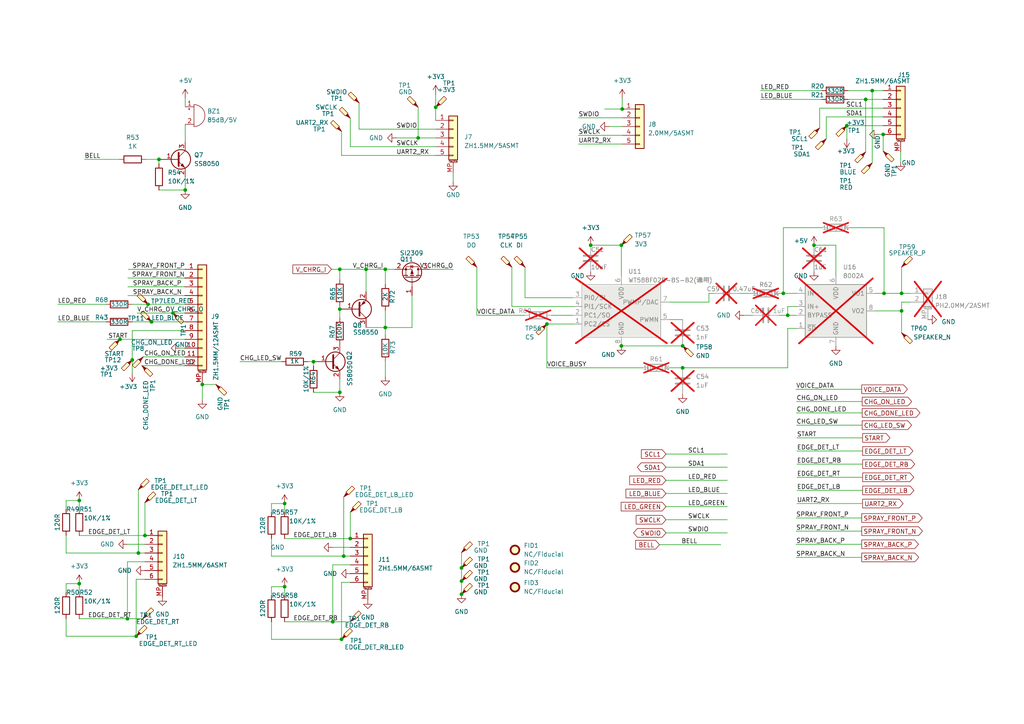
<source format=kicad_sch>
(kicad_sch (version 20230121) (generator eeschema)
  (paper "A4")
  (junction (at 39.497 184.531))
  (junction (at 180.213 71.12))
  (junction (at 98.552 113.792))
  (junction (at 36.957 179.451))
  (junction (at 96.52 180.34))
  (junction (at 133.858 168.529))
  (junction (at 227.203 85.09))
  (junction (at 133.858 164.719))
  (junction (at 101.6 156.21))
  (junction (at 121.285 40.005))
  (junction (at 99.695 161.29))
  (junction (at 90.932 104.902))
  (junction (at 98.552 78.105))
  (junction (at 236.093 71.12))
  (junction (at 34.798 98.425))
  (junction (at 111.76 94.996))
  (junction (at 38.354 104.394))
  (junction (at 256.159 38.989))
  (junction (at 42.037 155.321))
  (junction (at 40.132 160.401))
  (junction (at 82.55 170.18))
  (junction (at 180.467 31.623))
  (junction (at 22.987 145.161))
  (junction (at 256.413 85.09))
  (junction (at 42.926 88.265))
  (junction (at 133.858 172.339))
  (junction (at 111.76 78.105))
  (junction (at 106.172 78.105))
  (junction (at 58.674 111.506))
  (junction (at 261.493 85.09))
  (junction (at 180.213 100.33))
  (junction (at 43.942 93.345))
  (junction (at 22.987 169.291))
  (junction (at 197.993 100.33))
  (junction (at 53.721 55.118))
  (junction (at 99.06 185.42))
  (junction (at 228.473 91.44))
  (junction (at 197.993 106.68))
  (junction (at 50.165 90.805))
  (junction (at 46.101 46.228))
  (junction (at 245.618 36.449))
  (junction (at 261.493 90.17))
  (junction (at 126.365 31.115))
  (junction (at 82.55 146.05))
  (junction (at 171.323 71.12))
  (junction (at 251.079 28.829))
  (junction (at 98.552 89.662))
  (junction (at 252.984 26.289))
  (junction (at 158.623 93.98))
  (wire (pts (xy 82.55 156.21) (xy 101.6 156.21)))
  (wire (pts (xy 99.06 185.42) (xy 99.06 168.91)))
  (wire (pts (xy 19.177 155.321) (xy 19.177 160.401)))
  (wire (pts (xy 111.76 78.105) (xy 114.427 78.105)))
  (wire (pts (xy 167.767 41.783) (xy 180.467 41.783)))
  (wire (pts (xy 230.886 150.241) (xy 249.936 150.241)))
  (wire (pts (xy 231.14 138.43) (xy 250.19 138.43)))
  (wire (pts (xy 104.14 29.845) (xy 104.14 37.465)))
  (wire (pts (xy 152.273 77.47) (xy 152.273 86.36)))
  (wire (pts (xy 256.413 85.09) (xy 261.493 85.09)))
  (wire (pts (xy 121.285 31.115) (xy 121.285 40.005)))
  (wire (pts (xy 175.387 31.623) (xy 180.467 31.623)))
  (wire (pts (xy 231.013 88.9) (xy 228.473 88.9)))
  (wire (pts (xy 131.445 50.165) (xy 131.445 52.705)))
  (wire (pts (xy 106.172 94.996) (xy 111.76 94.996)))
  (wire (pts (xy 38.354 93.345) (xy 43.942 93.345)))
  (wire (pts (xy 38.354 88.265) (xy 42.926 88.265)))
  (wire (pts (xy 191.262 157.988) (xy 209.042 157.988)))
  (wire (pts (xy 193.167 154.559) (xy 210.947 154.559)))
  (wire (pts (xy 231.14 127) (xy 250.19 127)))
  (wire (pts (xy 230.886 154.051) (xy 249.936 154.051)))
  (wire (pts (xy 138.303 77.47) (xy 138.303 91.44)))
  (wire (pts (xy 37.211 78.105) (xy 53.594 78.105)))
  (wire (pts (xy 239.649 40.259) (xy 239.649 33.909)))
  (wire (pts (xy 230.886 112.903) (xy 249.936 112.903)))
  (wire (pts (xy 119.507 85.725) (xy 119.507 94.996)))
  (wire (pts (xy 261.493 85.09) (xy 264.033 85.09)))
  (wire (pts (xy 176.657 36.703) (xy 180.467 36.703)))
  (wire (pts (xy 237.744 37.084) (xy 237.744 31.369)))
  (wire (pts (xy 38.354 95.885) (xy 53.594 95.885)))
  (wire (pts (xy 39.751 90.805) (xy 50.165 90.805)))
  (wire (pts (xy 106.172 94.996) (xy 106.172 94.742)))
  (wire (pts (xy 98.552 89.662) (xy 98.552 92.202)))
  (wire (pts (xy 96.52 180.34) (xy 101.6 180.34)))
  (wire (pts (xy 30.988 98.425) (xy 34.798 98.425)))
  (wire (pts (xy 36.957 162.941) (xy 42.037 162.941)))
  (wire (pts (xy 111.76 90.043) (xy 111.76 94.996)))
  (wire (pts (xy 186.563 106.68) (xy 158.623 106.68)))
  (wire (pts (xy 126.365 27.305) (xy 126.365 31.115)))
  (wire (pts (xy 19.177 171.831) (xy 19.177 169.291)))
  (wire (pts (xy 19.177 147.701) (xy 19.177 145.161)))
  (wire (pts (xy 230.886 157.861) (xy 249.936 157.861)))
  (wire (pts (xy 180.213 100.33) (xy 197.993 100.33)))
  (wire (pts (xy 253.873 90.17) (xy 261.493 90.17)))
  (wire (pts (xy 131.445 78.105) (xy 124.587 78.105)))
  (wire (pts (xy 42.926 88.265) (xy 53.594 88.265)))
  (wire (pts (xy 16.764 93.345) (xy 30.734 93.345)))
  (wire (pts (xy 167.767 39.243) (xy 180.467 39.243)))
  (wire (pts (xy 126.365 31.115) (xy 126.365 34.925)))
  (wire (pts (xy 148.463 88.9) (xy 166.243 88.9)))
  (wire (pts (xy 245.999 26.289) (xy 252.984 26.289)))
  (wire (pts (xy 19.177 184.531) (xy 39.497 184.531)))
  (wire (pts (xy 99.06 45.085) (xy 126.365 45.085)))
  (wire (pts (xy 37.084 83.185) (xy 53.594 83.185)))
  (wire (pts (xy 133.858 168.529) (xy 133.858 172.339)))
  (wire (pts (xy 237.744 31.369) (xy 256.159 31.369)))
  (wire (pts (xy 231.013 123.317) (xy 250.063 123.317)))
  (wire (pts (xy 53.721 36.068) (xy 53.721 41.148)))
  (wire (pts (xy 228.473 106.68) (xy 228.473 95.25)))
  (wire (pts (xy 78.74 185.42) (xy 99.06 185.42)))
  (wire (pts (xy 43.942 93.345) (xy 53.594 93.345)))
  (wire (pts (xy 261.493 77.47) (xy 261.493 85.09)))
  (wire (pts (xy 19.177 160.401) (xy 40.132 160.401)))
  (wire (pts (xy 138.303 91.44) (xy 152.273 91.44)))
  (wire (pts (xy 197.993 106.68) (xy 228.473 106.68)))
  (wire (pts (xy 41.148 106.045) (xy 53.594 106.045)))
  (wire (pts (xy 101.6 34.29) (xy 101.6 42.545)))
  (wire (pts (xy 106.172 78.105) (xy 111.76 78.105)))
  (wire (pts (xy 167.767 34.163) (xy 180.467 34.163)))
  (wire (pts (xy 180.467 28.448) (xy 180.467 31.623)))
  (wire (pts (xy 261.493 90.17) (xy 261.493 87.63)))
  (wire (pts (xy 231.14 134.62) (xy 250.19 134.62)))
  (wire (pts (xy 252.984 26.289) (xy 256.159 26.289)))
  (wire (pts (xy 133.858 160.274) (xy 133.858 164.719)))
  (wire (pts (xy 37.084 80.645) (xy 53.594 80.645)))
  (wire (pts (xy 46.101 46.228) (xy 46.101 47.498)))
  (wire (pts (xy 41.529 103.505) (xy 53.594 103.505)))
  (wire (pts (xy 225.933 85.09) (xy 227.203 85.09)))
  (wire (pts (xy 78.74 146.05) (xy 82.55 146.05)))
  (wire (pts (xy 111.76 104.775) (xy 111.76 109.22)))
  (wire (pts (xy 90.932 104.902) (xy 90.932 106.172)))
  (wire (pts (xy 159.893 91.44) (xy 166.243 91.44)))
  (wire (pts (xy 98.552 78.105) (xy 106.172 78.105)))
  (wire (pts (xy 193.167 139.319) (xy 210.947 139.319)))
  (wire (pts (xy 148.463 77.47) (xy 148.463 88.9)))
  (wire (pts (xy 39.497 168.021) (xy 42.037 168.021)))
  (wire (pts (xy 239.649 33.909) (xy 256.159 33.909)))
  (wire (pts (xy 78.74 148.59) (xy 78.74 146.05)))
  (wire (pts (xy 245.618 36.449) (xy 256.159 36.449)))
  (wire (pts (xy 99.695 144.145) (xy 99.695 161.29)))
  (wire (pts (xy 254.762 38.989) (xy 256.159 38.989)))
  (wire (pts (xy 62.611 111.506) (xy 58.674 111.506)))
  (wire (pts (xy 193.167 143.129) (xy 210.947 143.129)))
  (wire (pts (xy 69.596 104.902) (xy 81.661 104.902)))
  (wire (pts (xy 53.721 28.448) (xy 53.721 30.988)))
  (wire (pts (xy 82.55 146.05) (xy 82.55 148.59)))
  (wire (pts (xy 197.993 92.71) (xy 194.183 92.71)))
  (wire (pts (xy 121.285 40.005) (xy 126.365 40.005)))
  (wire (pts (xy 98.552 109.982) (xy 98.552 113.792)))
  (wire (pts (xy 37.084 85.725) (xy 53.594 85.725)))
  (wire (pts (xy 171.323 71.12) (xy 180.213 71.12)))
  (wire (pts (xy 101.6 42.545) (xy 126.365 42.545)))
  (wire (pts (xy 53.721 51.308) (xy 53.721 55.118)))
  (wire (pts (xy 58.674 111.506) (xy 58.674 111.125)))
  (wire (pts (xy 180.213 71.12) (xy 180.213 80.01)))
  (wire (pts (xy 89.281 104.902) (xy 90.932 104.902)))
  (wire (pts (xy 231.14 142.24) (xy 250.19 142.24)))
  (wire (pts (xy 242.443 71.12) (xy 242.443 80.01)))
  (wire (pts (xy 42.291 46.228) (xy 46.101 46.228)))
  (wire (pts (xy 114.935 40.005) (xy 121.285 40.005)))
  (wire (pts (xy 158.623 93.98) (xy 166.243 93.98)))
  (wire (pts (xy 78.74 172.72) (xy 78.74 170.18)))
  (wire (pts (xy 22.987 155.321) (xy 42.037 155.321)))
  (wire (pts (xy 245.618 40.259) (xy 245.618 36.449)))
  (wire (pts (xy 98.552 78.105) (xy 98.552 81.153)))
  (wire (pts (xy 133.858 164.719) (xy 133.858 168.529)))
  (wire (pts (xy 193.167 150.749) (xy 210.947 150.749)))
  (wire (pts (xy 231.14 146.05) (xy 250.19 146.05)))
  (wire (pts (xy 236.093 71.12) (xy 242.443 71.12)))
  (wire (pts (xy 261.493 87.63) (xy 264.033 87.63)))
  (wire (pts (xy 220.599 26.289) (xy 238.379 26.289)))
  (wire (pts (xy 22.987 145.161) (xy 22.987 147.701)))
  (wire (pts (xy 228.473 95.25) (xy 231.013 95.25)))
  (wire (pts (xy 90.932 113.792) (xy 98.552 113.792)))
  (wire (pts (xy 101.6 158.75) (xy 96.52 158.75)))
  (wire (pts (xy 22.987 169.291) (xy 22.987 171.831)))
  (wire (pts (xy 46.101 55.118) (xy 53.721 55.118)))
  (wire (pts (xy 96.139 78.105) (xy 98.552 78.105)))
  (wire (pts (xy 227.203 66.04) (xy 227.203 85.09)))
  (wire (pts (xy 104.14 37.465) (xy 126.365 37.465)))
  (wire (pts (xy 193.167 146.939) (xy 210.947 146.939)))
  (wire (pts (xy 58.674 115.951) (xy 58.674 111.506)))
  (wire (pts (xy 24.511 46.228) (xy 34.671 46.228)))
  (wire (pts (xy 256.159 38.989) (xy 256.159 43.815)))
  (wire (pts (xy 52.197 100.965) (xy 53.594 100.965)))
  (wire (pts (xy 228.473 88.9) (xy 228.473 91.44)))
  (wire (pts (xy 111.76 94.996) (xy 111.76 97.155)))
  (wire (pts (xy 205.613 85.09) (xy 205.613 87.63)))
  (wire (pts (xy 252.984 26.289) (xy 252.984 47.244)))
  (wire (pts (xy 19.177 179.451) (xy 19.177 184.531)))
  (wire (pts (xy 256.413 85.09) (xy 253.873 85.09)))
  (wire (pts (xy 34.798 98.425) (xy 53.594 98.425)))
  (wire (pts (xy 194.183 106.68) (xy 197.993 106.68)))
  (wire (pts (xy 245.999 28.829) (xy 251.079 28.829)))
  (wire (pts (xy 36.957 179.451) (xy 41.402 179.451)))
  (wire (pts (xy 99.06 168.91) (xy 101.6 168.91)))
  (wire (pts (xy 194.183 87.63) (xy 205.613 87.63)))
  (wire (pts (xy 78.74 161.29) (xy 99.695 161.29)))
  (wire (pts (xy 111.76 78.105) (xy 111.76 82.423)))
  (wire (pts (xy 42.037 157.861) (xy 36.957 157.861)))
  (wire (pts (xy 38.354 95.885) (xy 38.354 104.394)))
  (wire (pts (xy 82.55 170.18) (xy 82.55 172.72)))
  (wire (pts (xy 230.886 161.671) (xy 249.936 161.671)))
  (wire (pts (xy 231.14 130.81) (xy 250.19 130.81)))
  (wire (pts (xy 42.037 145.796) (xy 42.037 155.321)))
  (wire (pts (xy 40.132 141.986) (xy 40.132 160.401)))
  (wire (pts (xy 231.013 116.459) (xy 250.063 116.459)))
  (wire (pts (xy 261.239 46.99) (xy 261.239 44.069)))
  (wire (pts (xy 231.013 119.761) (xy 250.063 119.761)))
  (wire (pts (xy 16.764 88.265) (xy 30.734 88.265)))
  (wire (pts (xy 50.165 90.805) (xy 53.594 90.805)))
  (wire (pts (xy 256.413 66.04) (xy 256.413 85.09)))
  (wire (pts (xy 78.74 170.18) (xy 82.55 170.18)))
  (wire (pts (xy 82.55 180.34) (xy 96.52 180.34)))
  (wire (pts (xy 19.177 169.291) (xy 22.987 169.291)))
  (wire (pts (xy 98.552 88.773) (xy 98.552 89.662)))
  (wire (pts (xy 99.695 161.29) (xy 101.6 161.29)))
  (wire (pts (xy 152.273 86.36) (xy 166.243 86.36)))
  (wire (pts (xy 218.313 91.44) (xy 215.773 91.44)))
  (wire (pts (xy 111.76 94.996) (xy 119.507 94.996)))
  (wire (pts (xy 38.354 108.204) (xy 38.354 104.394)))
  (wire (pts (xy 238.633 66.04) (xy 227.203 66.04)))
  (wire (pts (xy 220.599 28.829) (xy 238.379 28.829)))
  (wire (pts (xy 19.177 145.161) (xy 22.987 145.161)))
  (wire (pts (xy 228.473 91.44) (xy 231.013 91.44)))
  (wire (pts (xy 99.06 38.1) (xy 99.06 45.085)))
  (wire (pts (xy 158.623 106.68) (xy 158.623 93.98)))
  (wire (pts (xy 39.497 184.531) (xy 39.497 168.021)))
  (wire (pts (xy 36.957 179.451) (xy 36.957 162.941)))
  (wire (pts (xy 225.933 91.44) (xy 228.473 91.44)))
  (wire (pts (xy 246.253 66.04) (xy 256.413 66.04)))
  (wire (pts (xy 193.167 135.509) (xy 210.947 135.509)))
  (wire (pts (xy 40.132 160.401) (xy 42.037 160.401)))
  (wire (pts (xy 78.74 156.21) (xy 78.74 161.29)))
  (wire (pts (xy 261.493 90.17) (xy 261.493 96.52)))
  (wire (pts (xy 193.167 131.699) (xy 210.947 131.699)))
  (wire (pts (xy 251.079 28.829) (xy 256.159 28.829)))
  (wire (pts (xy 101.6 148.59) (xy 101.6 156.21)))
  (wire (pts (xy 251.079 28.829) (xy 251.079 44.069)))
  (wire (pts (xy 96.52 163.83) (xy 101.6 163.83)))
  (wire (pts (xy 214.503 85.09) (xy 218.313 85.09)))
  (wire (pts (xy 96.52 180.34) (xy 96.52 163.83)))
  (wire (pts (xy 78.74 180.34) (xy 78.74 185.42)))
  (wire (pts (xy 205.613 85.09) (xy 206.883 85.09)))
  (wire (pts (xy 22.987 179.451) (xy 36.957 179.451)))
  (wire (pts (xy 106.172 78.105) (xy 106.172 84.582)))
  (wire (pts (xy 227.203 85.09) (xy 231.013 85.09)))
  (label "SPRAY_BACK_P" (at 38.481 83.185 0))
  (label "SPRAY_BACK_P" (at 230.886 157.861 0))
  (label "CHG_ON_LED" (at 231.013 116.459 0))
  (label "SWCLK" (at 199.517 150.749 0))
  (label "BELL" (at 24.511 46.228 0))
  (label "EDGE_DET_RB" (at 85.09 180.34 0))
  (label "CHG_DONE_LED" (at 231.013 119.761 0))
  (label "SWDIO" (at 199.517 154.559 0))
  (label "EDGE_DET_RT" (at 231.14 138.43 0))
  (label "SDA1" (at 199.517 135.509 0))
  (label "V_CHRG_O" (at 131.445 78.105 180))
  (label "EDGE_DET_LB" (at 231.14 142.24 0))
  (label "LED_BLUE" (at 16.764 93.345 0))
  (label "UART2_RX" (at 167.767 41.783 0))
  (label "SPRAY_FRONT_N" (at 38.227 80.645 0))
  (label "EDGE_DET_LT" (at 25.527 155.321 0))
  (label "VOICE_BUSY" (at 158.623 106.68 0))
  (label "CHG_ON_LED" (at 41.783 103.505 0))
  (label "LED_RED" (at 220.599 26.289 0))
  (label "EDGE_DET_RB" (at 231.14 134.62 0))
  (label "LED_RED" (at 199.517 139.319 0))
  (label "SWDIO" (at 167.767 34.163 0))
  (label "SPRAY_BACK_N" (at 230.886 161.671 0))
  (label "SPRAY_FRONT_P" (at 230.886 150.241 0))
  (label "EDGE_DET_LT" (at 231.14 130.81 0))
  (label "SWCLK" (at 167.767 39.243 0))
  (label "UART2_RX" (at 231.14 146.05 0))
  (label "CHG_LED_SW" (at 69.596 104.902 0))
  (label "BELL" (at 197.612 157.988 0))
  (label "EDGE_DET_RT" (at 25.527 179.451 0))
  (label "UART2_RX" (at 114.935 45.085 0))
  (label "LED_RED" (at 16.764 88.265 0))
  (label "SPRAY_FRONT_P" (at 38.354 78.105 0))
  (label "V_CHRG_I" (at 102.235 78.105 0))
  (label "LED_BLUE" (at 199.517 143.129 0))
  (label "EDGE_DET_LB" (at 85.09 156.21 0))
  (label "START" (at 231.14 127 0))
  (label "SWCLK" (at 114.935 42.545 0))
  (label "SDA1" (at 245.364 33.909 0))
  (label "VOICE_DATA" (at 230.886 112.903 0))
  (label "SPRAY_BACK_N" (at 38.481 85.725 0))
  (label "SWDIO" (at 114.935 37.465 0))
  (label "CHG_DONE_LED" (at 41.783 106.045 0))
  (label "LED_GREEN" (at 199.517 146.939 0))
  (label "SCL1" (at 199.517 131.699 0))
  (label "VOICE_DATA" (at 138.303 91.44 0))
  (label "LED_BLUE" (at 220.599 28.829 0))
  (label "SPRAY_FRONT_N" (at 230.886 154.051 0))
  (label "SCL1" (at 245.364 31.369 0))
  (label "CHG_LED_SW" (at 231.013 123.317 0))
  (label "V_CHRG_O" (at 39.751 90.805 0))
  (label "START" (at 31.369 98.425 0))
  (global_label "CHG_ON_LED" (shape output) (at 250.063 116.459 0) (property "Intersheetrefs" "${INTERSHEET_REFS}" (effects hide)))
  (global_label "LED_GREEN" (shape input) (at 193.167 146.939 180) (property "Intersheetrefs" "${INTERSHEET_REFS}" (effects hide)))
  (global_label "SDA1" (shape bidirectional) (at 193.167 135.509 180) (property "Intersheetrefs" "${INTERSHEET_REFS}" (effects hide)))
  (global_label "SPRAY_BACK_P" (shape output) (at 249.936 157.861 0) (property "Intersheetrefs" "${INTERSHEET_REFS}" (effects hide)))
  (global_label "CHG_LED_SW" (shape output) (at 250.063 123.317 0) (property "Intersheetrefs" "${INTERSHEET_REFS}" (effects hide)))
  (global_label "LED_RED" (shape input) (at 193.167 139.319 180) (property "Intersheetrefs" "${INTERSHEET_REFS}" (effects hide)))
  (global_label "VOICE_DATA" (shape output) (at 249.936 112.903 0) (property "Intersheetrefs" "${INTERSHEET_REFS}" (effects hide)))
  (global_label "EDGE_DET_RT" (shape output) (at 250.19 138.43 0) (property "Intersheetrefs" "${INTERSHEET_REFS}" (effects hide)))
  (global_label "SWDIO" (shape bidirectional) (at 193.167 154.559 180) (property "Intersheetrefs" "${INTERSHEET_REFS}" (effects hide)))
  (global_label "SPRAY_BACK_N" (shape output) (at 249.936 161.671 0) (property "Intersheetrefs" "${INTERSHEET_REFS}" (effects hide)))
  (global_label "EDGE_DET_LT" (shape output) (at 250.19 130.81 0) (property "Intersheetrefs" "${INTERSHEET_REFS}" (effects hide)))
  (global_label "EDGE_DET_LB" (shape output) (at 250.19 142.24 0) (property "Intersheetrefs" "${INTERSHEET_REFS}" (effects hide)))
  (global_label "START" (shape output) (at 250.19 127 0) (property "Intersheetrefs" "${INTERSHEET_REFS}" (effects hide)))
  (global_label "SWCLK" (shape input) (at 193.167 150.749 180) (property "Intersheetrefs" "${INTERSHEET_REFS}" (effects hide)))
  (global_label "SPRAY_FRONT_P" (shape output) (at 249.936 150.241 0) (property "Intersheetrefs" "${INTERSHEET_REFS}" (effects hide)))
  (global_label "CHG_DONE_LED" (shape output) (at 250.063 119.761 0) (property "Intersheetrefs" "${INTERSHEET_REFS}" (effects hide)))
  (global_label "SCL1" (shape input) (at 193.167 131.699 180) (property "Intersheetrefs" "${INTERSHEET_REFS}" (effects hide)))
  (global_label "SPRAY_FRONT_N" (shape output) (at 249.936 154.051 0) (property "Intersheetrefs" "${INTERSHEET_REFS}" (effects hide)))
  (global_label "LED_BLUE" (shape input) (at 193.167 143.129 180) (property "Intersheetrefs" "${INTERSHEET_REFS}" (effects hide)))
  (global_label "EDGE_DET_RB" (shape output) (at 250.19 134.62 0) (property "Intersheetrefs" "${INTERSHEET_REFS}" (effects hide)))
  (global_label "UART2_RX" (shape output) (at 250.19 146.05 0) (property "Intersheetrefs" "${INTERSHEET_REFS}" (effects hide)))
  (global_label "V_CHRG_I" (shape input) (at 96.139 78.105 180) (property "Intersheetrefs" "${INTERSHEET_REFS}" (effects hide)))
  (global_label "BELL" (shape input) (at 191.262 157.988 180) (property "Intersheetrefs" "${INTERSHEET_REFS}" (effects hide)))
  (symbol (lib_id "Connector:TestPoint_Probe") (at 245.618 36.449 180) (unit 1)
    (property "Reference" "TP1" (at 245.872 37.846 0) (effects (justify right)))
    (property "Value" "+3V3" (at 245.491 35.56 0) (effects (justify right)))
    (property "Footprint" "TestPoint:TestPoint_Pad_D1.5mm" (effects hide))
    (instances (project "cleanrobot-square-main" (path "" (reference "TP1") (unit 1)) (path "" (reference "TP10") (unit 1)) (path "" (reference "TP64") (unit 1)) (path "" (reference "TP31") (unit 1)) (path "" (reference "TP38") (unit 1))))
  )
  (symbol (lib_id "power:GND") (at 269.113 92.71 90) (unit 1)
    (property "Reference" "#PWR019" (effects hide))
    (property "Value" "GND" (at 273.05 93.345 90) (effects (justify right)))
  )
  (symbol (lib_id "Connector:TestPoint_Probe") (at 133.858 164.719 0) (unit 1)
    (property "Reference" "TP1" (at 142.113 162.179 0) (effects (justify right)))
    (property "Value" "GND" (at 141.478 164.084 0) (effects (justify right)))
    (property "Footprint" "TestPoint:TestPoint_Pad_D1.5mm" (effects hide))
    (instances (project "cleanrobot-square-main" (path "" (reference "TP1") (unit 1)) (path "" (reference "TP10") (unit 1)) (path "" (reference "TP47") (unit 1))))
  )
  (symbol (lib_id "Connector:TestPoint_Probe") (at 101.6 34.29 90) (unit 1)
    (property "Reference" "TP1" (at 93.345 33.02 90) (effects (justify right)))
    (property "Value" "SWCLK" (at 91.44 31.115 90) (effects (justify right)))
    (property "Footprint" "TestPoint:TestPoint_Pad_D1.5mm" (effects hide))
    (instances (project "cleanrobot-square-main" (path "" (reference "TP1") (unit 1)) (path "" (reference "TP10") (unit 1)) (path "" (reference "TP15") (unit 1))))
  )
  (symbol (lib_id "power:GND") (at 98.552 113.792 0) (unit 1)
    (property "Reference" "#PWR031" (effects hide))
    (property "Value" "GND" (at 98.552 118.872 0))
  )
  (symbol (lib_id "Connector:TestPoint_Probe") (at 261.493 96.52 270) (unit 1)
    (property "Reference" "TP60" (at 266.573 95.25 90))
    (property "Value" "SPEAKER_N" (at 270.383 97.79 90))
    (property "Footprint" "TestPoint:TestPoint_Pad_D1.5mm" (effects hide))
  )
  (symbol (lib_id "Connector:TestPoint_Probe") (at 197.993 100.33 270) (unit 1)
    (property "Reference" "TP58" (at 201.803 100.6474 90) (effects (justify left)))
    (property "Value" "GND" (at 201.803 103.1874 90) (effects (justify left)))
    (property "Footprint" "TestPoint:TestPoint_Pad_D1.5mm" (effects hide))
  )
  (symbol (lib_id "Device:C") (at 236.093 74.93 0) (unit 1) (dnp yes)
    (property "Reference" "C61" (at 236.093 72.39 0) (effects (justify left)))
    (property "Value" "1uF" (at 236.093 77.47 0) (effects (justify left)))
    (property "Footprint" "Capacitor_SMD:C_0603_1608Metric" (effects hide))
  )
  (symbol (lib_name "GND_2") (lib_id "power:GND") (at 47.117 173.101 0) (unit 1)
    (property "Reference" "#PWR020" (effects hide))
    (property "Value" "GND" (at 47.117 178.181 0))
  )
  (symbol (lib_id "Device:C") (at 171.323 74.93 0) (unit 1) (dnp yes)
    (property "Reference" "C51" (at 171.323 72.39 0) (effects (justify left)))
    (property "Value" "10uF" (at 171.323 77.47 0) (effects (justify left)))
    (property "Footprint" "Capacitor_SMD:C_0603_1608Metric" (effects hide))
  )
  (symbol (lib_id "Device:C") (at 222.123 91.44 90) (unit 1) (dnp yes)
    (property "Reference" "C60" (at 219.583 90.17 90))
    (property "Value" "1uF" (at 225.933 90.17 90))
    (property "Footprint" "Capacitor_SMD:C_0603_1608Metric" (effects hide))
  )
  (symbol (lib_id "Connector_Generic_MountingPin:Conn_01x12_MountingPin") (at 58.674 90.805 0) (unit 1)
    (property "Reference" "J9" (at 61.214 91.7956 0) (effects (justify left)))
    (property "Value" "ZH1.5MM/12ASMT" (at 62.611 110.363 90) (effects (justify left)))
    (property "Footprint" "Ovo_Connector_JST:JST_ZH_B12B-ZR-SM4-TF_1x12-1MP_P1.50mm_Vertical" (effects hide))
  )
  (symbol (lib_id "Connector:TestPoint_Probe") (at 251.079 44.069 180) (unit 1)
    (property "Reference" "TP1" (at 243.459 48.006 0) (effects (justify right)))
    (property "Value" "BLUE" (at 243.459 49.911 0) (effects (justify right)))
    (property "Footprint" "TestPoint:TestPoint_Pad_D1.5mm" (effects hide))
    (instances (project "cleanrobot-square-main" (path "" (reference "TP1") (unit 1)) (path "" (reference "TP10") (unit 1)) (path "" (reference "TP19") (unit 1))))
  )
  (symbol (lib_id "power:GND") (at 242.443 100.33 0) (unit 1)
    (property "Reference" "#PWR018" (effects hide))
    (property "Value" "GND" (at 242.443 105.41 0))
  )
  (symbol (lib_id "Device:R") (at 22.987 151.511 0) (unit 1)
    (property "Reference" "R51" (at 22.987 147.701 0) (effects (justify left)))
    (property "Value" "10K/1%" (at 24.257 150.241 0) (effects (justify left)))
    (property "Footprint" "Resistor_SMD:R_0603_1608Metric" (effects hide))
  )
  (symbol (lib_id "Device:C") (at 210.693 85.09 90) (unit 1) (dnp yes)
    (property "Reference" "C59" (at 206.883 83.82 90))
    (property "Value" "0.47uF" (at 215.773 83.82 90))
    (property "Footprint" "Capacitor_SMD:C_0603_1608Metric" (effects hide))
  )
  (symbol (lib_id "Device:R") (at 111.76 100.965 180) (unit 1)
    (property "Reference" "R73" (at 113.919 102.743 90) (effects (justify right)))
    (property "Value" "10K" (at 111.76 103.251 90) (effects (justify right)))
    (property "Footprint" "Resistor_SMD:R_0603_1608Metric" (effects hide))
  )
  (symbol (lib_id "Connector:TestPoint_Probe") (at 237.744 37.084 180) (unit 1)
    (property "Reference" "TP1" (at 228.854 38.354 0) (effects (justify right)))
    (property "Value" "SCL1" (at 229.489 40.259 0) (effects (justify right)))
    (property "Footprint" "TestPoint:TestPoint_Pad_D1.5mm" (effects hide))
    (instances (project "cleanrobot-square-main" (path "" (reference "TP1") (unit 1)) (path "" (reference "TP10") (unit 1)) (path "" (reference "TP17") (unit 1))))
  )
  (symbol (lib_id "power:+3V3") (at 82.55 146.05 0) (unit 1)
    (property "Reference" "#PWR0205" (effects hide))
    (property "Value" "+3V3" (at 82.55 140.97 0))
  )
  (symbol (lib_id "Connector:TestPoint_Probe") (at 41.148 106.045 270) (unit 1)
    (property "Reference" "TP1" (at 44.323 113.665 0) (effects (justify right)))
    (property "Value" "CHG_DONE_LED" (at 42.291 124.841 0) (effects (justify right)))
    (property "Footprint" "TestPoint:TestPoint_Pad_D1.5mm" (effects hide))
    (instances (project "cleanrobot-square-main" (path "" (reference "TP1") (unit 1)) (path "" (reference "TP10") (unit 1)) (path "" (reference "TP1") (unit 1)) (path "" (reference "TP31") (unit 1)) (path "" (reference "TP38") (unit 1))))
  )
  (symbol (lib_id "Device:R") (at 34.544 93.345 90) (unit 1)
    (property "Reference" "R43" (at 29.464 92.075 90))
    (property "Value" "330R" (at 34.544 93.345 90))
    (property "Footprint" "Resistor_SMD:R_0603_1608Metric" (effects hide))
  )
  (symbol (lib_id "Ovo_Audio:WT588F02B-8S") (at 180.213 90.17 0) (unit 1) (dnp yes)
    (property "Reference" "U11" (at 182.1689 78.74 0) (effects (justify left)))
    (property "Value" "WT588F02B-8S-B2(通用)" (at 182.1689 81.28 0) (effects (justify left)))
    (property "Footprint" "Package_SO:SOIC-8_3.9x4.9mm_P1.27mm" (effects hide))
  )
  (symbol (lib_id "power:GND") (at 215.773 91.44 270) (unit 1)
    (property "Reference" "#PWR015" (effects hide))
    (property "Value" "GND" (at 211.963 91.4399 90) (effects (justify right)))
  )
  (symbol (lib_id "Connector:TestPoint_Probe") (at 180.213 71.12 0) (unit 1)
    (property "Reference" "TP57" (at 184.023 68.2624 0) (effects (justify left)))
    (property "Value" "3V3" (at 184.023 70.8024 0) (effects (justify left)))
    (property "Footprint" "TestPoint:TestPoint_Pad_D1.5mm" (effects hide))
  )
  (symbol (lib_id "Device:R") (at 82.55 176.53 0) (unit 1)
    (property "Reference" "R58" (at 82.55 172.72 0) (effects (justify left)))
    (property "Value" "10K/1%" (at 83.82 175.26 0) (effects (justify left)))
    (property "Footprint" "Resistor_SMD:R_0603_1608Metric" (effects hide))
  )
  (symbol (lib_id "Connector:TestPoint_Probe") (at 148.463 77.47 90) (unit 1)
    (property "Reference" "TP54" (at 146.8755 68.58 90))
    (property "Value" "CLK" (at 146.8755 71.12 90))
    (property "Footprint" "TestPoint:TestPoint_Pad_D1.5mm" (effects hide))
  )
  (symbol (lib_id "Device:Q_NPN_BEC") (at 96.012 104.902 0) (unit 1)
    (property "Reference" "Q2" (at 101.346 104.521 90) (effects (justify left)))
    (property "Value" "SS8050" (at 101.473 112.014 90) (effects (justify left)))
    (property "Footprint" "Package_TO_SOT_SMD:SOT-23" (effects hide))
  )
  (symbol (lib_name "GND_2") (lib_id "power:GND") (at 106.68 173.99 0) (unit 1)
    (property "Reference" "#PWR09" (effects hide))
    (property "Value" "GND" (at 106.68 179.07 0))
  )
  (symbol (lib_id "Device:R") (at 111.76 86.233 180) (unit 1)
    (property "Reference" "R72" (at 113.792 88.011 90) (effects (justify right)))
    (property "Value" "2K" (at 111.76 87.376 90) (effects (justify right)))
    (property "Footprint" "Resistor_SMD:R_0603_1608Metric" (effects hide))
  )
  (symbol (lib_id "Device:R") (at 19.177 151.511 0) (unit 1)
    (property "Reference" "R49" (at 19.177 147.701 0) (effects (justify left)))
    (property "Value" "120R" (at 16.637 154.051 90) (effects (justify left)))
    (property "Footprint" "Resistor_SMD:R_0603_1608Metric" (effects hide))
  )
  (symbol (lib_id "Connector:TestPoint_Probe") (at 62.611 111.506 270) (unit 1)
    (property "Reference" "TP1" (at 65.786 119.126 0) (effects (justify right)))
    (property "Value" "GND" (at 63.881 119.126 0) (effects (justify right)))
    (property "Footprint" "TestPoint:TestPoint_Pad_D1.5mm" (effects hide))
    (instances (project "cleanrobot-square-main" (path "" (reference "TP1") (unit 1)) (path "" (reference "TP10") (unit 1)) (path "" (reference "TP43") (unit 1)) (path "" (reference "TP31") (unit 1)) (path "" (reference "TP38") (unit 1))))
  )
  (symbol (lib_id "Connector:TestPoint_Probe") (at 104.14 29.845 90) (unit 1)
    (property "Reference" "TP1" (at 95.885 28.575 90) (effects (justify right)))
    (property "Value" "SWDIO" (at 94.615 26.67 90) (effects (justify right)))
    (property "Footprint" "TestPoint:TestPoint_Pad_D1.5mm" (effects hide))
    (instances (project "cleanrobot-square-main" (path "" (reference "TP1") (unit 1)) (path "" (reference "TP10") (unit 1)) (path "" (reference "TP14") (unit 1))))
  )
  (symbol (lib_id "Device:R") (at 242.189 26.289 90) (unit 1)
    (property "Reference" "R20" (at 237.109 25.019 90))
    (property "Value" "330R" (at 242.189 26.289 90))
    (property "Footprint" "Resistor_SMD:R_0603_1608Metric" (effects hide))
  )
  (symbol (lib_id "Connector_Generic_MountingPin:Conn_01x05_MountingPin") (at 131.445 40.005 0) (unit 1)
    (property "Reference" "J7" (at 134.62 39.7256 0) (effects (justify left)))
    (property "Value" "ZH1.5MM/5ASMT" (at 134.62 42.2656 0) (effects (justify left)))
    (property "Footprint" "Ovo_Connector_JST:JST_ZH_B5B-ZR-SM4-TF_1x05-1MP_P1.50mm_Vertical" (effects hide))
  )
  (symbol (lib_id "Connector:TestPoint_Probe") (at 252.984 47.244 180) (unit 1)
    (property "Reference" "TP1" (at 243.459 52.451 0) (effects (justify right)))
    (property "Value" "RED" (at 243.459 54.356 0) (effects (justify right)))
    (property "Footprint" "TestPoint:TestPoint_Pad_D1.5mm" (effects hide))
    (instances (project "cleanrobot-square-main" (path "" (reference "TP1") (unit 1)) (path "" (reference "TP10") (unit 1)) (path "" (reference "TP20") (unit 1))))
  )
  (symbol (lib_id "power:GND") (at 254.762 38.989 270) (unit 1)
    (property "Reference" "#PWR05" (effects hide))
    (property "Value" "GND" (at 254.508 43.307 0) (effects (justify right)))
  )
  (symbol (lib_id "power:+3V3") (at 22.987 145.161 0) (unit 1)
    (property "Reference" "#PWR0206" (effects hide))
    (property "Value" "+3V3" (at 22.987 140.081 0))
  )
  (symbol (lib_id "power:GND") (at 236.093 78.74 0) (unit 1)
    (property "Reference" "#PWR017" (effects hide))
    (property "Value" "GND" (at 232.283 80.01 0))
  )
  (symbol (lib_id "Connector:TestPoint_Probe") (at 40.132 141.986 0) (unit 1)
    (property "Reference" "TP1" (at 48.387 139.446 0) (effects (justify right)))
    (property "Value" "EDGE_DET_LT_LED" (at 60.452 141.351 0) (effects (justify right)))
    (property "Footprint" "TestPoint:TestPoint_Pad_D1.5mm" (effects hide))
    (instances (project "cleanrobot-square-main" (path "" (reference "TP1") (unit 1)) (path "" (reference "TP10") (unit 1)) (path "" (reference "TP22") (unit 1))))
  )
  (symbol (lib_id "power:GND") (at 36.957 157.861 270) (unit 1)
    (property "Reference" "#PWR0216" (effects hide))
    (property "Value" "GND" (at 33.147 157.861 90) (effects (justify right)))
  )
  (symbol (lib_id "Device:R") (at 22.987 175.641 0) (unit 1)
    (property "Reference" "R52" (at 22.987 171.831 0) (effects (justify left)))
    (property "Value" "10K/1%" (at 24.257 174.371 0) (effects (justify left)))
    (property "Footprint" "Resistor_SMD:R_0603_1608Metric" (effects hide))
  )
  (symbol (lib_id "Device:R") (at 19.177 175.641 0) (unit 1)
    (property "Reference" "R50" (at 19.177 171.831 0) (effects (justify left)))
    (property "Value" "120R" (at 16.637 178.181 90) (effects (justify left)))
    (property "Footprint" "Resistor_SMD:R_0603_1608Metric" (effects hide))
  )
  (symbol (lib_id "power:GND") (at 261.239 46.99 0) (unit 1)
    (property "Reference" "#PWR08" (effects hide))
    (property "Value" "GND" (at 265.557 47.244 0) (effects (justify right)))
  )
  (symbol (lib_id "Connector:TestPoint_Probe") (at 261.493 77.47 0) (unit 1)
    (property "Reference" "TP59" (at 263.144 71.628 0))
    (property "Value" "SPEAKER_P" (at 263.144 73.406 0))
    (property "Footprint" "TestPoint:TestPoint_Pad_D1.5mm" (effects hide))
  )
  (symbol (lib_id "power:+3V3") (at 126.365 27.305 0) (unit 1)
    (property "Reference" "#PWR0114" (effects hide))
    (property "Value" "+3V3" (at 126.365 22.225 0))
  )
  (symbol (lib_id "Device:R") (at 98.552 84.963 180) (unit 1)
    (property "Reference" "R65" (at 96.52 85.217 90))
    (property "Value" "10K" (at 98.552 85.09 90))
    (property "Footprint" "Resistor_SMD:R_0603_1608Metric" (effects hide))
  )
  (symbol (lib_id "Device:R") (at 98.552 96.012 180) (unit 1)
    (property "Reference" "R67" (at 96.393 96.266 90))
    (property "Value" "100K" (at 98.425 95.885 90))
    (property "Footprint" "Resistor_SMD:R_0603_1608Metric" (effects hide))
  )
  (symbol (lib_id "Connector:TestPoint_Probe") (at 99.695 144.145 0) (unit 1)
    (property "Reference" "TP1" (at 107.95 141.605 0) (effects (justify right)))
    (property "Value" "EDGE_DET_LB_LED" (at 120.015 143.51 0) (effects (justify right)))
    (property "Footprint" "TestPoint:TestPoint_Pad_D1.5mm" (effects hide))
    (instances (project "cleanrobot-square-main" (path "" (reference "TP1") (unit 1)) (path "" (reference "TP10") (unit 1)) (path "" (reference "TP26") (unit 1))))
  )
  (symbol (lib_id "Device:Buzzer") (at 56.261 33.528 0) (unit 1)
    (property "Reference" "BZ1" (at 60.071 32.2579 0) (effects (justify left)))
    (property "Value" "85dB/5V" (at 60.071 34.7979 0) (effects (justify left)))
    (property "Footprint" "Ovo_Buzzer_Beeper:Buzzer_9x5.5RM5" (effects hide))
  )
  (symbol (lib_id "Device:Q_NPN_BEC") (at 51.181 46.228 0) (unit 1)
    (property "Reference" "Q7" (at 56.261 44.9579 0) (effects (justify left)))
    (property "Value" "SS8050" (at 56.261 47.4979 0) (effects (justify left)))
    (property "Footprint" "Package_TO_SOT_SMD:SOT-23" (effects hide))
  )
  (symbol (lib_id "power:+5V") (at 53.721 28.448 0) (unit 1)
    (property "Reference" "#PWR0219" (effects hide))
    (property "Value" "+5V" (at 53.721 23.368 0))
  )
  (symbol (lib_id "Connector:TestPoint_Probe") (at 152.273 77.47 90) (unit 1)
    (property "Reference" "TP55" (at 150.6855 68.58 90))
    (property "Value" "DI" (at 150.6855 71.12 90))
    (property "Footprint" "TestPoint:TestPoint_Pad_D1.5mm" (effects hide))
  )
  (symbol (lib_id "Mechanical:Fiducial") (at 149.352 159.512 0) (unit 1)
    (property "Reference" "FID1" (at 151.892 158.2419 0) (effects (justify left)))
    (property "Value" "NC/Fiducial" (at 151.892 160.7819 0) (effects (justify left)))
    (property "Footprint" "Fiducial:Fiducial_1mm_Mask2mm" (effects hide))
  )
  (symbol (lib_id "Connector:TestPoint_Probe") (at 39.497 184.531 0) (unit 1)
    (property "Reference" "TP1" (at 45.847 184.785 0) (effects (justify right)))
    (property "Value" "EDGE_DET_RT_LED" (at 57.277 186.69 0) (effects (justify right)))
    (property "Footprint" "TestPoint:TestPoint_Pad_D1.5mm" (effects hide))
    (instances (project "cleanrobot-square-main" (path "" (reference "TP1") (unit 1)) (path "" (reference "TP10") (unit 1)) (path "" (reference "TP24") (unit 1))))
  )
  (symbol (lib_id "Device:C") (at 197.993 96.52 0) (unit 1) (dnp yes)
    (property "Reference" "C53" (at 201.803 95.2499 0) (effects (justify left)))
    (property "Value" "1nF" (at 201.803 97.7899 0) (effects (justify left)))
    (property "Footprint" "Capacitor_SMD:C_0603_1608Metric" (effects hide))
  )
  (symbol (lib_id "Connector:TestPoint_Probe") (at 99.06 185.42 0) (unit 1)
    (property "Reference" "TP1" (at 105.156 185.801 0) (effects (justify right)))
    (property "Value" "EDGE_DET_RB_LED" (at 117.221 187.706 0) (effects (justify right)))
    (property "Footprint" "TestPoint:TestPoint_Pad_D1.5mm" (effects hide))
    (instances (project "cleanrobot-square-main" (path "" (reference "TP1") (unit 1)) (path "" (reference "TP10") (unit 1)) (path "" (reference "TP28") (unit 1))))
  )
  (symbol (lib_id "Device:R") (at 156.083 91.44 90) (unit 1) (dnp yes)
    (property "Reference" "R60" (at 152.273 90.17 90))
    (property "Value" "0R" (at 156.083 91.44 90))
    (property "Footprint" "Resistor_SMD:R_0603_1608Metric" (effects hide))
  )
  (symbol (lib_id "Device:R") (at 242.189 28.829 90) (unit 1)
    (property "Reference" "R21" (at 237.109 27.559 90))
    (property "Value" "330R" (at 242.189 28.829 90))
    (property "Footprint" "Resistor_SMD:R_0603_1608Metric" (effects hide))
  )
  (symbol (lib_id "Connector:TestPoint_Probe") (at 41.402 179.451 0) (unit 1)
    (property "Reference" "TP1" (at 44.196 178.435 0) (effects (justify right)))
    (property "Value" "EDGE_DET_RT" (at 52.07 180.34 0) (effects (justify right)))
    (property "Footprint" "TestPoint:TestPoint_Pad_D1.5mm" (effects hide))
    (instances (project "cleanrobot-square-main" (path "" (reference "TP1") (unit 1)) (path "" (reference "TP10") (unit 1)) (path "" (reference "TP23") (unit 1))))
  )
  (symbol (lib_id "power:GND") (at 111.76 109.22 0) (unit 1)
    (property "Reference" "#PWR032" (effects hide))
    (property "Value" "GND" (at 111.76 114.3 0))
  )
  (symbol (lib_id "Connector_Generic_MountingPin:Conn_01x06_MountingPin") (at 47.117 160.401 0) (unit 1)
    (property "Reference" "J10" (at 50.038 161.3916 0) (effects (justify left)))
    (property "Value" "ZH1.5MM/6ASMT" (at 50.038 163.9316 0) (effects (justify left)))
    (property "Footprint" "Ovo_Connector_JST:JST_ZH_B6B-ZR-SM4-TF_1x06-1MP_P1.50mm_Vertical" (effects hide))
  )
  (symbol (lib_name "GND_2") (lib_id "power:GND") (at 133.858 172.339 0) (unit 1)
    (property "Reference" "#PWR010" (effects hide))
    (property "Value" "GND" (at 133.858 177.419 0))
  )
  (symbol (lib_id "power:GND") (at 171.323 78.74 0) (unit 1)
    (property "Reference" "#PWR012" (effects hide))
    (property "Value" "GND" (at 167.513 80.01 0))
  )
  (symbol (lib_id "Connector:TestPoint_Probe") (at 42.037 145.796 0) (unit 1)
    (property "Reference" "TP1" (at 50.292 143.256 0) (effects (justify right)))
    (property "Value" "EDGE_DET_LT" (at 57.277 145.161 0) (effects (justify right)))
    (property "Footprint" "TestPoint:TestPoint_Pad_D1.5mm" (effects hide))
    (instances (project "cleanrobot-square-main" (path "" (reference "TP1") (unit 1)) (path "" (reference "TP10") (unit 1)) (path "" (reference "TP21") (unit 1))))
  )
  (symbol (lib_id "power:+3V3") (at 22.987 169.291 0) (unit 1)
    (property "Reference" "#PWR0218" (effects hide))
    (property "Value" "+3V3" (at 22.987 164.211 0))
  )
  (symbol (lib_id "power:GND") (at 180.213 100.33 0) (unit 1)
    (property "Reference" "#PWR013" (effects hide))
    (property "Value" "GND" (at 176.403 102.87 0))
  )
  (symbol (lib_id "power:+3V3") (at 245.618 40.259 180) (unit 1)
    (property "Reference" "#PWR06" (effects hide))
    (property "Value" "+3V3" (at 245.364 43.815 0))
  )
  (symbol (lib_id "Connector_Generic_MountingPin:Conn_01x06_MountingPin") (at 106.68 161.29 0) (unit 1)
    (property "Reference" "J11" (at 109.601 162.2806 0) (effects (justify left)))
    (property "Value" "ZH1.5MM/6ASMT" (at 109.601 164.8206 0) (effects (justify left)))
    (property "Footprint" "Ovo_Connector_JST:JST_ZH_B6B-ZR-SM4-TF_1x06-1MP_P1.50mm_Vertical" (effects hide))
  )
  (symbol (lib_id "power:GND") (at 96.52 158.75 270) (unit 1)
    (property "Reference" "#PWR0212" (effects hide))
    (property "Value" "GND" (at 82.55 158.7499 90) (effects (justify right)))
  )
  (symbol (lib_id "Device:R") (at 34.544 88.265 90) (unit 1)
    (property "Reference" "R68" (at 29.464 86.995 90))
    (property "Value" "330R" (at 34.544 88.265 90))
    (property "Footprint" "Resistor_SMD:R_0603_1608Metric" (effects hide))
  )
  (symbol (lib_id "power:+3V3") (at 180.467 28.448 0) (unit 1)
    (property "Reference" "#PWR0209" (effects hide))
    (property "Value" "+3V3" (at 180.467 23.368 0))
  )
  (symbol (lib_id "Device:R") (at 90.932 109.982 0) (unit 1)
    (property "Reference" "R64" (at 90.805 111.633 90) (effects (justify left)))
    (property "Value" "10K/1%" (at 88.773 113.919 90) (effects (justify left)))
    (property "Footprint" "Resistor_SMD:R_0603_1608Metric" (effects hide))
  )
  (symbol (lib_id "Device:R") (at 242.443 66.04 90) (unit 1) (dnp yes)
    (property "Reference" "R63" (at 242.443 63.5 90))
    (property "Value" "10K/1%" (at 242.443 66.04 90))
    (property "Footprint" "Resistor_SMD:R_0603_1608Metric" (effects hide))
  )
  (symbol (lib_id "Mechanical:Fiducial") (at 149.352 164.592 0) (unit 1)
    (property "Reference" "FID2" (at 151.892 163.3219 0) (effects (justify left)))
    (property "Value" "NC/Fiducial" (at 151.892 165.8619 0) (effects (justify left)))
    (property "Footprint" "Fiducial:Fiducial_1mm_Mask2mm" (effects hide))
  )
  (symbol (lib_id "power:GND") (at 58.674 115.951 0) (unit 1)
    (property "Reference" "#PWR07" (effects hide))
    (property "Value" "GND" (at 58.674 120.904 0))
  )
  (symbol (lib_id "Device:R") (at 78.74 176.53 0) (unit 1)
    (property "Reference" "R56" (at 78.74 172.72 0) (effects (justify left)))
    (property "Value" "120R" (at 76.2 179.07 90) (effects (justify left)))
    (property "Footprint" "Resistor_SMD:R_0603_1608Metric" (effects hide))
  )
  (symbol (lib_id "Device:R") (at 78.74 152.4 0) (unit 1)
    (property "Reference" "R55" (at 78.74 148.59 0) (effects (justify left)))
    (property "Value" "120R" (at 76.2 154.94 90) (effects (justify left)))
    (property "Footprint" "Resistor_SMD:R_0603_1608Metric" (effects hide))
  )
  (symbol (lib_id "power:+3V3") (at 38.354 108.204 180) (unit 1)
    (property "Reference" "#PWR0199" (effects hide))
    (property "Value" "+3V3" (at 37.211 112.141 0))
  )
  (symbol (lib_id "Connector_Generic:Conn_01x05") (at 185.547 36.703 0) (unit 1)
    (property "Reference" "J8" (at 187.96 36.068 0) (effects (justify left)))
    (property "Value" "2.0MM/5ASMT" (at 187.96 38.608 0) (effects (justify left)))
    (property "Footprint" "Connector_PinHeader_2.00mm:PinHeader_1x05_P2.00mm_Vertical" (effects hide))
  )
  (symbol (lib_id "Connector:TestPoint_Probe") (at 50.165 90.805 270) (unit 1)
    (property "Reference" "TP1" (at 53.213 97.663 0) (effects (justify right)))
    (property "Value" "V_CHRG_O" (at 59.055 89.662 90) (effects (justify right)))
    (property "Footprint" "TestPoint:TestPoint_Pad_D1.5mm" (effects hide))
    (instances (project "cleanrobot-square-main" (path "" (reference "TP1") (unit 1)) (path "" (reference "TP10") (unit 1)) (path "" (reference "TP2") (unit 1)) (path "" (reference "TP31") (unit 1)) (path "" (reference "TP38") (unit 1))))
  )
  (symbol (lib_id "Device:Q_PMOS_GSD") (at 119.507 80.645 270) (mirror x) (unit 1)
    (property "Reference" "Q11" (at 117.983 75.184 90))
    (property "Value" "SI2309" (at 119.38 73.406 90))
    (property "Footprint" "Package_TO_SOT_SMD:SOT-23" (effects hide))
  )
  (symbol (lib_id "power:GND") (at 197.993 114.3 0) (unit 1)
    (property "Reference" "#PWR014" (effects hide))
    (property "Value" "GND" (at 197.993 119.38 0))
  )
  (symbol (lib_id "Device:R") (at 85.471 104.902 90) (unit 1)
    (property "Reference" "R59" (at 85.725 102.616 90))
    (property "Value" "1K" (at 85.471 104.775 90))
    (property "Footprint" "Resistor_SMD:R_0603_1608Metric" (effects hide))
  )
  (symbol (lib_id "Device:C") (at 197.993 110.49 0) (unit 1) (dnp yes)
    (property "Reference" "C54" (at 201.803 109.2199 0) (effects (justify left)))
    (property "Value" "1uF" (at 201.803 111.7599 0) (effects (justify left)))
    (property "Footprint" "Capacitor_SMD:C_0603_1608Metric" (effects hide))
  )
  (symbol (lib_id "Device:R") (at 38.481 46.228 90) (unit 1)
    (property "Reference" "R53" (at 38.481 39.878 90))
    (property "Value" "1K" (at 38.481 42.418 90))
    (property "Footprint" "Resistor_SMD:R_0603_1608Metric" (effects hide))
  )
  (symbol (lib_id "Connector:TestPoint_Probe") (at 101.6 180.34 0) (unit 1)
    (property "Reference" "TP1" (at 104.648 179.451 0) (effects (justify right)))
    (property "Value" "EDGE_DET_RB" (at 112.903 181.356 0) (effects (justify right)))
    (property "Footprint" "TestPoint:TestPoint_Pad_D1.5mm" (effects hide))
    (instances (project "cleanrobot-square-main" (path "" (reference "TP1") (unit 1)) (path "" (reference "TP10") (unit 1)) (path "" (reference "TP27") (unit 1))))
  )
  (symbol (lib_id "Device:R") (at 82.55 152.4 0) (unit 1)
    (property "Reference" "R57" (at 82.55 148.59 0) (effects (justify left)))
    (property "Value" "10K/1%" (at 83.82 151.13 0) (effects (justify left)))
    (property "Footprint" "Resistor_SMD:R_0603_1608Metric" (effects hide))
  )
  (symbol (lib_id "power:GND") (at 101.6 166.37 270) (unit 1)
    (property "Reference" "#PWR0213" (effects hide))
    (property "Value" "GND" (at 97.79 166.37 90) (effects (justify right)))
  )
  (symbol (lib_id "Connector:TestPoint_Probe") (at 99.06 38.1 90) (unit 1)
    (property "Reference" "TP1" (at 90.805 37.465 90) (effects (justify right)))
    (property "Value" "UART2_RX" (at 85.725 35.56 90) (effects (justify right)))
    (property "Footprint" "TestPoint:TestPoint_Pad_D1.5mm" (effects hide))
    (instances (project "cleanrobot-square-main" (path "" (reference "TP1") (unit 1)) (path "" (reference "TP10") (unit 1)) (path "" (reference "TP16") (unit 1))))
  )
  (symbol (lib_id "Device:R") (at 222.123 85.09 90) (unit 1) (dnp yes)
    (property "Reference" "R62" (at 222.123 82.55 90))
    (property "Value" "10K/1%" (at 222.123 85.09 90))
    (property "Footprint" "Resistor_SMD:R_0603_1608Metric" (effects hide))
  )
  (symbol (lib_id "Connector:TestPoint_Probe") (at 256.159 43.815 270) (unit 1)
    (property "Reference" "TP1" (at 259.334 51.435 0) (effects (justify right)))
    (property "Value" "GND" (at 257.429 51.435 0) (effects (justify right)))
    (property "Footprint" "TestPoint:TestPoint_Pad_D1.5mm" (effects hide))
    (instances (project "cleanrobot-square-main" (path "" (reference "TP1") (unit 1)) (path "" (reference "TP10") (unit 1)) (path "" (reference "TP62") (unit 1)) (path "" (reference "TP31") (unit 1)) (path "" (reference "TP38") (unit 1))))
  )
  (symbol (lib_id "power:GND") (at 52.197 100.965 270) (unit 1)
    (property "Reference" "#PWR0200" (effects hide))
    (property "Value" "GND" (at 54.864 99.949 90) (effects (justify right)))
  )
  (symbol (lib_id "Connector:TestPoint_Probe") (at 34.798 98.425 180) (unit 1)
    (property "Reference" "TP12" (at 32.766 104.394 0))
    (property "Value" "START" (at 33.147 102.616 0))
    (property "Footprint" "TestPoint:TestPoint_Pad_D1.5mm" (effects hide))
  )
  (symbol (lib_id "Connector:TestPoint_Probe") (at 121.285 31.115 90) (unit 1)
    (property "Reference" "TP1" (at 115.57 24.765 90) (effects (justify right)))
    (property "Value" "GND" (at 115.57 26.67 90) (effects (justify right)))
    (property "Footprint" "TestPoint:TestPoint_Pad_D1.5mm" (effects hide))
    (instances (project "cleanrobot-square-main" (path "" (reference "TP1") (unit 1)) (path "" (reference "TP10") (unit 1)) (path "" (reference "TP40") (unit 1)) (path "" (reference "TP31") (unit 1)) (path "" (reference "TP38") (unit 1))))
  )
  (symbol (lib_id "power:GND") (at 131.445 52.705 0) (unit 1)
    (property "Reference" "#PWR0172" (effects hide))
    (property "Value" "GND" (at 131.445 56.515 0))
    (instances (project "cleanrobot-square-main" (path "" (reference "#PWR0172") (unit 1)) (path "" (reference "#PWR023") (unit 1))))
  )
  (symbol (lib_id "Connector:TestPoint_Probe") (at 43.942 93.345 90) (unit 1)
    (property "Reference" "TP11" (at 39.497 92.329 90))
    (property "Value" "LED_BLUE" (at 48.641 92.202 90))
    (property "Footprint" "TestPoint:TestPoint_Pad_D1.5mm" (effects hide))
  )
  (symbol (lib_id "Connector:TestPoint_Probe") (at 158.623 93.98 180) (unit 1)
    (property "Reference" "TP56" (at 152.273 95.25 0) (effects (justify right)))
    (property "Value" "CS" (at 152.273 97.79 0) (effects (justify right)))
    (property "Footprint" "TestPoint:TestPoint_Pad_D1.5mm" (effects hide))
  )
  (symbol (lib_id "Device:R") (at 190.373 106.68 90) (unit 1) (dnp yes)
    (property "Reference" "R61" (at 190.373 104.14 90))
    (property "Value" "10K/1%" (at 190.373 106.68 90))
    (property "Footprint" "Resistor_SMD:R_0603_1608Metric" (effects hide))
  )
  (symbol (lib_id "power:GND") (at 42.037 165.481 270) (unit 1)
    (property "Reference" "#PWR0217" (effects hide))
    (property "Value" "GND" (at 38.227 165.481 90) (effects (justify right)))
  )
  (symbol (lib_id "Connector:TestPoint_Probe") (at 239.649 40.259 180) (unit 1)
    (property "Reference" "TP1" (at 229.489 42.799 0) (effects (justify right)))
    (property "Value" "SDA1" (at 230.124 44.704 0) (effects (justify right)))
    (property "Footprint" "TestPoint:TestPoint_Pad_D1.5mm" (effects hide))
    (instances (project "cleanrobot-square-main" (path "" (reference "TP1") (unit 1)) (path "" (reference "TP10") (unit 1)) (path "" (reference "TP18") (unit 1))))
  )
  (symbol (lib_id "Device:R") (at 46.101 51.308 0) (unit 1)
    (property "Reference" "R54" (at 48.641 50.0379 0) (effects (justify left)))
    (property "Value" "10K/1%" (at 48.641 52.5779 0) (effects (justify left)))
    (property "Footprint" "Resistor_SMD:R_0603_1608Metric" (effects hide))
  )
  (symbol (lib_id "Connector_Generic_MountingPin:Conn_01x02_MountingPin") (at 269.113 85.09 0) (unit 1) (dnp yes)
    (property "Reference" "J18" (at 271.145 86.0806 0) (effects (justify left)))
    (property "Value" "PH2.0MM/2ASMT" (at 271.145 88.6206 0) (effects (justify left)))
    (property "Footprint" "Ovo_Connector_JST:JST_PH_B2B-PH-SM4-TB_1x02-1MP_P2.00mm_Vertical" (effects hide))
    (instances (project "cleanrobot-square-main" (path "" (reference "J18") (unit 1)) (path "" (reference "J6") (unit 1))))
  )
  (symbol (lib_id "Connector:TestPoint_Probe") (at 133.858 172.339 0) (unit 1)
    (property "Reference" "TP1" (at 142.113 169.799 0) (effects (justify right)))
    (property "Value" "GND" (at 141.478 171.704 0) (effects (justify right)))
    (property "Footprint" "TestPoint:TestPoint_Pad_D1.5mm" (effects hide))
    (instances (project "cleanrobot-square-main" (path "" (reference "TP1") (unit 1)) (path "" (reference "TP10") (unit 1)) (path "" (reference "TP49") (unit 1))))
  )
  (symbol (lib_id "Connector:TestPoint_Probe") (at 133.858 168.529 0) (unit 1)
    (property "Reference" "TP1" (at 142.113 165.989 0) (effects (justify right)))
    (property "Value" "GND" (at 141.478 167.894 0) (effects (justify right)))
    (property "Footprint" "TestPoint:TestPoint_Pad_D1.5mm" (effects hide))
    (instances (project "cleanrobot-square-main" (path "" (reference "TP1") (unit 1)) (path "" (reference "TP10") (unit 1)) (path "" (reference "TP48") (unit 1))))
  )
  (symbol (lib_id "power:GND") (at 53.721 55.118 0) (unit 1)
    (property "Reference" "#PWR0220" (effects hide))
    (property "Value" "GND" (at 53.721 60.198 0))
  )
  (symbol (lib_id "Ovo_Amplifier:8002A") (at 242.443 90.17 0) (unit 1) (dnp yes)
    (property "Reference" "U16" (at 244.4624 77.47 0) (effects (justify left)))
    (property "Value" "8002A" (at 244.4624 80.01 0) (effects (justify left)))
    (property "Footprint" "Package_SO:SOIC-8_3.9x4.9mm_P1.27mm" (effects hide))
    (property "Datasheet" "https://atta.szlcsc.com/upload/public/pdf/source/20170211/1486785664274.pdf" (effects hide))
  )
  (symbol (lib_id "Connector:TestPoint_Probe") (at 38.354 104.394 180) (unit 1)
    (property "Reference" "TP1" (at 29.083 108.585 0) (effects (justify right)))
    (property "Value" "+3V3" (at 28.956 106.807 0) (effects (justify right)))
    (property "Footprint" "TestPoint:TestPoint_Pad_D1.5mm" (effects hide))
    (instances (project "cleanrobot-square-main" (path "" (reference "TP1") (unit 1)) (path "" (reference "TP10") (unit 1)) (path "" (reference "TP42") (unit 1)) (path "" (reference "TP31") (unit 1)) (path "" (reference "TP38") (unit 1))))
  )
  (symbol (lib_id "power:+3V3") (at 82.55 170.18 0) (unit 1)
    (property "Reference" "#PWR0211" (effects hide))
    (property "Value" "+3V3" (at 82.55 165.1 0))
  )
  (symbol (lib_id "Connector:TestPoint_Probe") (at 133.858 160.274 0) (unit 1)
    (property "Reference" "TP1" (at 142.113 157.734 0) (effects (justify right)))
    (property "Value" "GND" (at 141.478 159.639 0) (effects (justify right)))
    (property "Footprint" "TestPoint:TestPoint_Pad_D1.5mm" (effects hide))
    (instances (project "cleanrobot-square-main" (path "" (reference "TP1") (unit 1)) (path "" (reference "TP10") (unit 1)) (path "" (reference "TP46") (unit 1))))
  )
  (symbol (lib_id "Connector:TestPoint_Probe") (at 126.365 31.115 0) (unit 1)
    (property "Reference" "TP1" (at 132.08 24.13 0) (effects (justify right)))
    (property "Value" "+3V3" (at 132.08 26.035 0) (effects (justify right)))
    (property "Footprint" "TestPoint:TestPoint_Pad_D1.5mm" (effects hide))
    (instances (project "cleanrobot-square-main" (path "" (reference "TP1") (unit 1)) (path "" (reference "TP10") (unit 1)) (path "" (reference "TP41") (unit 1)) (path "" (reference "TP31") (unit 1)) (path "" (reference "TP38") (unit 1))))
  )
  (symbol (lib_id "power:GND") (at 114.935 40.005 270) (unit 1)
    (property "Reference" "#PWR0116" (effects hide))
    (property "Value" "GND" (at 111.125 40.0049 90) (effects (justify right)))
  )
  (symbol (lib_id "power:+3V3") (at 171.323 71.12 0) (unit 1)
    (property "Reference" "#PWR011" (effects hide))
    (property "Value" "+3V3" (at 171.323 66.04 0))
  )
  (symbol (lib_id "Connector:TestPoint_Probe") (at 41.529 103.505 180) (unit 1)
    (property "Reference" "TP8" (at 38.227 101.092 0) (effects (justify right)))
    (property "Value" "CHG_ON_LED" (at 37.973 99.314 0) (effects (justify right)))
    (property "Footprint" "TestPoint:TestPoint_Pad_D1.5mm" (effects hide))
  )
  (symbol (lib_id "Connector_Generic_MountingPin:Conn_01x06_MountingPin") (at 261.239 31.369 0) (unit 1)
    (property "Reference" "J15" (at 260.35 21.717 0) (effects (justify left)))
    (property "Value" "ZH1.5MM/6ASMT" (at 248.031 23.495 0) (effects (justify left)))
    (property "Footprint" "Ovo_Connector_JST:JST_ZH_B6B-ZR-SM4-TF_1x06-1MP_P1.50mm_Vertical" (effects hide))
  )
  (symbol (lib_id "power:GND") (at 176.657 36.703 270) (unit 1)
    (property "Reference" "#PWR0210" (effects hide))
    (property "Value" "GND" (at 172.847 36.7029 90) (effects (justify right)))
  )
  (symbol (lib_id "Connector:TestPoint_Probe") (at 101.6 148.59 0) (unit 1)
    (property "Reference" "TP1" (at 109.855 146.05 0) (effects (justify right)))
    (property "Value" "EDGE_DET_LB" (at 116.84 147.955 0) (effects (justify right)))
    (property "Footprint" "TestPoint:TestPoint_Pad_D1.5mm" (effects hide))
    (instances (project "cleanrobot-square-main" (path "" (reference "TP1") (unit 1)) (path "" (reference "TP10") (unit 1)) (path "" (reference "TP25") (unit 1))))
  )
  (symbol (lib_id "Device:Q_PNP_BEC") (at 103.632 89.662 0) (mirror x) (unit 1)
    (property "Reference" "Q8" (at 102.235 94.361 0) (effects (justify left)))
    (property "Value" "SS8550" (at 102.362 96.393 0) (effects (justify left)))
    (property "Footprint" "Package_TO_SOT_SMD:SOT-23" (effects hide))
  )
  (symbol (lib_id "Connector:TestPoint_Probe") (at 138.303 77.47 90) (unit 1)
    (property "Reference" "TP53" (at 136.7155 68.58 90))
    (property "Value" "DO" (at 136.7155 71.12 90))
    (property "Footprint" "TestPoint:TestPoint_Pad_D1.5mm" (effects hide))
  )
  (symbol (lib_id "Connector:TestPoint_Probe") (at 42.926 88.265 90) (unit 1)
    (property "Reference" "TP7" (at 45.593 87.376 90))
    (property "Value" "LED_RED" (at 51.435 87.249 90))
    (property "Footprint" "TestPoint:TestPoint_Pad_D1.5mm" (effects hide))
  )
  (symbol (lib_id "power:+5V") (at 236.093 71.12 0) (unit 1)
    (property "Reference" "#PWR016" (effects hide))
    (property "Value" "+5V" (at 232.283 69.85 0))
  )
  (symbol (lib_id "Mechanical:Fiducial") (at 149.352 170.307 0) (unit 1)
    (property "Reference" "FID3" (at 151.892 169.0369 0) (effects (justify left)))
    (property "Value" "NC/Fiducial" (at 151.892 171.5769 0) (effects (justify left)))
    (property "Footprint" "Fiducial:Fiducial_1mm_Mask2mm" (effects hide))
  )
)
</source>
